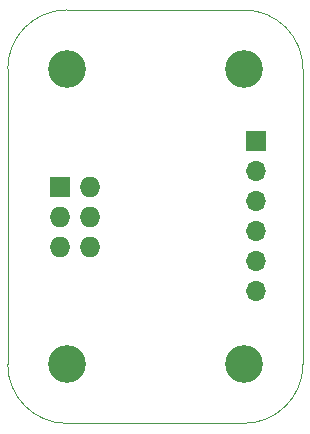
<source format=gbr>
G04 #@! TF.GenerationSoftware,KiCad,Pcbnew,5.1.5-52549c5~84~ubuntu19.10.1*
G04 #@! TF.CreationDate,2020-03-01T16:10:10+02:00*
G04 #@! TF.ProjectId,PIC-ICSP-TC2030,5049432d-4943-4535-902d-544332303330,v1.0*
G04 #@! TF.SameCoordinates,Original*
G04 #@! TF.FileFunction,Soldermask,Bot*
G04 #@! TF.FilePolarity,Negative*
%FSLAX46Y46*%
G04 Gerber Fmt 4.6, Leading zero omitted, Abs format (unit mm)*
G04 Created by KiCad (PCBNEW 5.1.5-52549c5~84~ubuntu19.10.1) date 2020-03-01 16:10:10*
%MOMM*%
%LPD*%
G04 APERTURE LIST*
%ADD10C,0.050000*%
%ADD11R,1.700000X1.700000*%
%ADD12O,1.700000X1.700000*%
%ADD13O,1.727200X1.727200*%
%ADD14R,1.727200X1.727200*%
%ADD15C,3.200000*%
G04 APERTURE END LIST*
D10*
X70000000Y-50000000D02*
G75*
G02X75000000Y-55000000I0J-5000000D01*
G01*
X75000000Y-80000000D02*
G75*
G02X70000000Y-85000000I-5000000J0D01*
G01*
X55000000Y-85000000D02*
G75*
G02X50000000Y-80000000I0J5000000D01*
G01*
X50000000Y-55000000D02*
G75*
G02X55000000Y-50000000I5000000J0D01*
G01*
X70000000Y-50000000D02*
X55000000Y-50000000D01*
X75000000Y-80000000D02*
X75000000Y-55000000D01*
X55000000Y-85000000D02*
X70000000Y-85000000D01*
X50000000Y-55000000D02*
X50000000Y-80000000D01*
D11*
X71000000Y-61065000D03*
D12*
X71000000Y-63605000D03*
X71000000Y-66145000D03*
X71000000Y-68685000D03*
X71000000Y-71225000D03*
X71000000Y-73765000D03*
D13*
X56940000Y-70080000D03*
X54400000Y-70080000D03*
X56940000Y-67540000D03*
X54400000Y-67540000D03*
X56940000Y-65000000D03*
D14*
X54400000Y-65000000D03*
D15*
X70000000Y-80000000D03*
X70000000Y-55000000D03*
X55000000Y-80000000D03*
X55000000Y-55000000D03*
M02*

</source>
